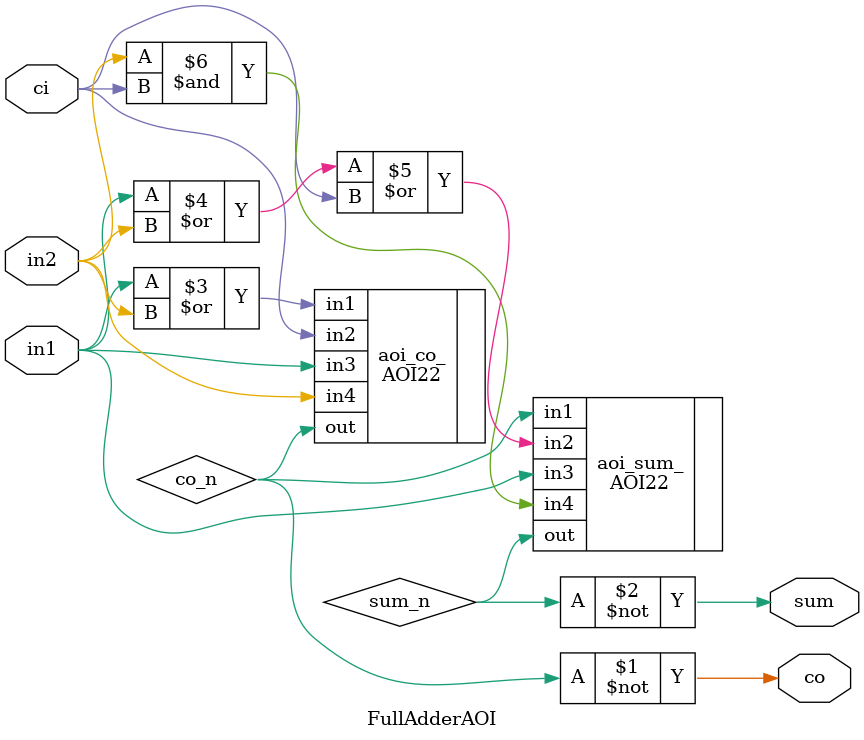
<source format=sv>
/* Full Adder using And-Or-Invert (AOI) logic.
 *
 * Author: Igor Lesik 2020.
 *
 * AOI logic is a technique of using equivalent Boolean logic expressions
 * to reduce the number of gates required for a particular expression.
 * This, in turn, reduces capacitance and consequently propagation times.
 *
 * For this design, AOI logic has been applied to the calculation of the *Sum* bit:
 *
 * Sumₖ = Aₖ ⊕ Bₖ ⊕ Cₖ = (Aₖ + Bₖ + Cₖ)~Cₖ₊₁ + AₖBₖCₖ
 *
 * where Cₖ₊₁ = AₖBₖ + Cₖ(Aₖ + Bₖ)
 *
 * Instead of using two XOR gates to implement the Sum bit,
 * the circuit takes advantage of the fact that ~Cₖ₊₁ already computed
 * and uses fewer gates to calculate the rest of the expression.
 *
 * <script type="WaveDrom">
 * { assign:[
 *   ["co_n",
 *     ["~|", ["&",["|","in1","in2"],"ci"], ["&","in1","in2"]]
 *   ],
 *   ["co",
 *     ["~", "co_n"]
 *   ],
 *   ["sum_n",
 *     ["~|", ["&",["|","in1","in2","ci"],"co_n"], ["&","in1","in2","ci"]]
 *   ],
 *   ["sum",
 *     ["~", "sum_n"]
 *   ]
 * ]}
 * </script>
 */
module FullAdderAOI (
    input  wire in1,
    input  wire in2,
    input  wire ci,  // carry in
    output wire sum,
    output wire co   // carry out
);

     wire co_n, sum_n;

     assign co = ~co_n;
     assign sum = ~sum_n;

     AOI22 aoi_co_(.out(co_n), .in1(in1|in2), .in2(ci), .in3(in1), .in4(in2));

     AOI22 aoi_sum_(.out(sum_n), .in1(co_n), .in2(in1|in2|ci), .in3(in1), .in4(in2 & ci));

endmodule: FullAdderAOI

</source>
